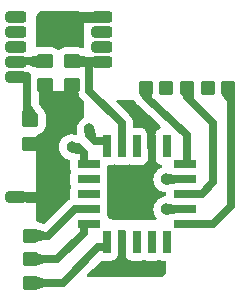
<source format=gtl>
G04 #@! TF.GenerationSoftware,KiCad,Pcbnew,7.0.11*
G04 #@! TF.CreationDate,2025-03-05T13:55:33+11:00*
G04 #@! TF.ProjectId,notestmode3,6e6f7465-7374-46d6-9f64-65332e6b6963,rev?*
G04 #@! TF.SameCoordinates,Original*
G04 #@! TF.FileFunction,Copper,L1,Top*
G04 #@! TF.FilePolarity,Positive*
%FSLAX46Y46*%
G04 Gerber Fmt 4.6, Leading zero omitted, Abs format (unit mm)*
G04 Created by KiCad (PCBNEW 7.0.11) date 2025-03-05 13:55:33*
%MOMM*%
%LPD*%
G01*
G04 APERTURE LIST*
G04 Aperture macros list*
%AMRoundRect*
0 Rectangle with rounded corners*
0 $1 Rounding radius*
0 $2 $3 $4 $5 $6 $7 $8 $9 X,Y pos of 4 corners*
0 Add a 4 corners polygon primitive as box body*
4,1,4,$2,$3,$4,$5,$6,$7,$8,$9,$2,$3,0*
0 Add four circle primitives for the rounded corners*
1,1,$1+$1,$2,$3*
1,1,$1+$1,$4,$5*
1,1,$1+$1,$6,$7*
1,1,$1+$1,$8,$9*
0 Add four rect primitives between the rounded corners*
20,1,$1+$1,$2,$3,$4,$5,0*
20,1,$1+$1,$4,$5,$6,$7,0*
20,1,$1+$1,$6,$7,$8,$9,0*
20,1,$1+$1,$8,$9,$2,$3,0*%
G04 Aperture macros list end*
G04 #@! TA.AperFunction,ComponentPad*
%ADD10RoundRect,0.240000X-0.360000X-0.360000X0.360000X-0.360000X0.360000X0.360000X-0.360000X0.360000X0*%
G04 #@! TD*
G04 #@! TA.AperFunction,ComponentPad*
%ADD11RoundRect,0.241300X-0.647700X-0.241300X0.647700X-0.241300X0.647700X0.241300X-0.647700X0.241300X0*%
G04 #@! TD*
G04 #@! TA.AperFunction,SMDPad,CuDef*
%ADD12RoundRect,0.250000X0.450000X-0.350000X0.450000X0.350000X-0.450000X0.350000X-0.450000X-0.350000X0*%
G04 #@! TD*
G04 #@! TA.AperFunction,SMDPad,CuDef*
%ADD13R,0.700000X1.925000*%
G04 #@! TD*
G04 #@! TA.AperFunction,SMDPad,CuDef*
%ADD14R,1.925000X0.700000*%
G04 #@! TD*
G04 #@! TA.AperFunction,ViaPad*
%ADD15C,0.965300*%
G04 #@! TD*
G04 #@! TA.AperFunction,Conductor*
%ADD16C,0.700000*%
G04 #@! TD*
G04 #@! TA.AperFunction,Conductor*
%ADD17C,0.965300*%
G04 #@! TD*
G04 #@! TA.AperFunction,Conductor*
%ADD18C,0.965200*%
G04 #@! TD*
G04 APERTURE END LIST*
D10*
G04 #@! TO.P,J6,1,Pin_1*
G04 #@! TO.N,/{slash}MODULE_CAS*
X137250000Y-132999000D03*
G04 #@! TD*
G04 #@! TO.P,J4,1,Pin_1*
G04 #@! TO.N,/{slash}MODULE_WE*
X140750000Y-133000000D03*
G04 #@! TD*
G04 #@! TO.P,J17,1,Pin_1*
G04 #@! TO.N,Net-(J17-Pin_1)*
X124000000Y-145500000D03*
G04 #@! TD*
G04 #@! TO.P,J8,1,Pin_1*
G04 #@! TO.N,/{slash}MODULE_RAS*
X133750000Y-132999000D03*
G04 #@! TD*
G04 #@! TO.P,J7,1,Pin_1*
G04 #@! TO.N,Net-(J7-Pin_1)*
X135500000Y-133000000D03*
G04 #@! TD*
G04 #@! TO.P,J19,1,Pin_1*
G04 #@! TO.N,Net-(J19-Pin_1)*
X124000000Y-149500000D03*
G04 #@! TD*
D11*
G04 #@! TO.P,J1,1,Pin_1*
G04 #@! TO.N,unconnected-(J1-Pin_1-Pad1)*
X122809000Y-127000000D03*
G04 #@! TO.P,J1,2,Pin_2*
G04 #@! TO.N,unconnected-(J1-Pin_2-Pad2)*
X122809000Y-128270000D03*
G04 #@! TO.P,J1,3,Pin_3*
G04 #@! TO.N,unconnected-(J1-Pin_3-Pad3)*
X122809000Y-129540000D03*
G04 #@! TO.P,J1,4,Pin_4*
G04 #@! TO.N,/{slash}WE*
X122809000Y-130810000D03*
G04 #@! TO.P,J1,5,Pin_5*
G04 #@! TO.N,/{slash}RAS*
X122809000Y-132080000D03*
G04 #@! TO.P,J1,12,Pin_12*
G04 #@! TO.N,VCC*
X122809000Y-142240000D03*
G04 #@! TO.P,J1,21,Pin_21*
G04 #@! TO.N,/{slash}CAS*
X130048000Y-130810000D03*
G04 #@! TO.P,J1,22,Pin_22*
G04 #@! TO.N,unconnected-(J1-Pin_22-Pad22)*
X130048000Y-129540000D03*
G04 #@! TO.P,J1,23,Pin_23*
G04 #@! TO.N,unconnected-(J1-Pin_23-Pad23)*
X130048000Y-128270000D03*
G04 #@! TO.P,J1,24,Pin_24*
G04 #@! TO.N,VSS*
X130048000Y-127000000D03*
G04 #@! TD*
D10*
G04 #@! TO.P,J5,1,Pin_1*
G04 #@! TO.N,Net-(J5-Pin_1)*
X139000000Y-133000000D03*
G04 #@! TD*
D12*
G04 #@! TO.P,R1,1*
G04 #@! TO.N,VCC*
X124000000Y-137750000D03*
G04 #@! TO.P,R1,2*
G04 #@! TO.N,/{slash}RAS*
X124000000Y-135750000D03*
G04 #@! TD*
G04 #@! TO.P,R2,1*
G04 #@! TO.N,VCC*
X125250000Y-132750000D03*
G04 #@! TO.P,R2,2*
G04 #@! TO.N,/{slash}WE*
X125250000Y-130750000D03*
G04 #@! TD*
D10*
G04 #@! TO.P,J18,1,Pin_1*
G04 #@! TO.N,Net-(J18-Pin_1)*
X124000000Y-147500000D03*
G04 #@! TD*
D12*
G04 #@! TO.P,R3,1*
G04 #@! TO.N,VCC*
X127500000Y-132750000D03*
G04 #@! TO.P,R3,2*
G04 #@! TO.N,/{slash}CAS*
X127500000Y-130750000D03*
G04 #@! TD*
D13*
G04 #@! TO.P,U2,1,I1/CLK*
G04 #@! TO.N,unconnected-(U2-I1{slash}CLK-Pad1)*
X133000000Y-146052500D03*
G04 #@! TO.P,U2,2,I2*
G04 #@! TO.N,unconnected-(U2-I2-Pad2)*
X134270000Y-146052500D03*
G04 #@! TO.P,U2,3,I3*
G04 #@! TO.N,unconnected-(U2-I3-Pad3)*
X135540000Y-146052500D03*
D14*
G04 #@! TO.P,U2,4,I4*
G04 #@! TO.N,/{slash}MODULE_WE*
X137052500Y-144540000D03*
G04 #@! TO.P,U2,5,I5*
G04 #@! TO.N,Net-(J5-Pin_1)*
X137052500Y-143270000D03*
G04 #@! TO.P,U2,6,I6*
G04 #@! TO.N,/{slash}MODULE_CAS*
X137052500Y-142000000D03*
G04 #@! TO.P,U2,7,I7*
G04 #@! TO.N,Net-(J7-Pin_1)*
X137052500Y-140730000D03*
G04 #@! TO.P,U2,8,I8*
G04 #@! TO.N,/{slash}MODULE_RAS*
X137052500Y-139460000D03*
D13*
G04 #@! TO.P,U2,9,I9*
G04 #@! TO.N,unconnected-(U2-I9-Pad9)*
X135540000Y-137947500D03*
G04 #@! TO.P,U2,10,GND*
G04 #@! TO.N,VSS*
X134270000Y-137947500D03*
G04 #@! TO.P,U2,11,I10/~{OE}*
G04 #@! TO.N,unconnected-(U2-I10{slash}~{OE}-Pad11)*
X133000000Y-137947500D03*
G04 #@! TO.P,U2,12,IO8*
G04 #@! TO.N,/{slash}CAS*
X131730000Y-137947500D03*
G04 #@! TO.P,U2,13,IO7*
G04 #@! TO.N,/{slash}WE*
X130460000Y-137947500D03*
D14*
G04 #@! TO.P,U2,14,IO6*
G04 #@! TO.N,/{slash}RAS*
X128947500Y-139460000D03*
G04 #@! TO.P,U2,15,IO5*
G04 #@! TO.N,unconnected-(U2-IO5-Pad15)*
X128947500Y-140730000D03*
G04 #@! TO.P,U2,16,IO4*
G04 #@! TO.N,unconnected-(U2-IO4-Pad16)*
X128947500Y-142000000D03*
G04 #@! TO.P,U2,17,I03*
G04 #@! TO.N,Net-(J17-Pin_1)*
X128947500Y-143270000D03*
G04 #@! TO.P,U2,18,IO2*
G04 #@! TO.N,Net-(J18-Pin_1)*
X128947500Y-144540000D03*
D13*
G04 #@! TO.P,U2,19,IO1*
G04 #@! TO.N,Net-(J19-Pin_1)*
X130460000Y-146052500D03*
G04 #@! TO.P,U2,20,VCC*
G04 #@! TO.N,VCC*
X131730000Y-146052500D03*
G04 #@! TD*
D15*
G04 #@! TO.N,VCC*
X125500000Y-140000000D03*
X125500000Y-142500000D03*
X133750000Y-148250000D03*
X131000000Y-148250000D03*
G04 #@! TO.N,VSS*
X134000000Y-136000000D03*
X132500000Y-134500000D03*
X126000000Y-129000000D03*
X127500000Y-127250000D03*
G04 #@! TO.N,/{slash}WE*
X129000000Y-136500000D03*
G04 #@! TO.N,/{slash}RAS*
X127500000Y-138000000D03*
G04 #@! TO.N,Net-(J7-Pin_1)*
X135500000Y-140730000D03*
G04 #@! TO.N,Net-(J5-Pin_1)*
X135500000Y-143270000D03*
G04 #@! TD*
D16*
G04 #@! TO.N,VCC*
X131730000Y-146052500D02*
X131730000Y-147500000D01*
D17*
X123687500Y-142250000D02*
X125500000Y-142250000D01*
D16*
G04 #@! TO.N,VSS*
X134250000Y-136250000D02*
X134270000Y-140020000D01*
D18*
X126500000Y-127000000D02*
X129250000Y-127000000D01*
D16*
G04 #@! TO.N,/{slash}CAS*
X129000000Y-133250000D02*
X129000000Y-130750000D01*
X127500000Y-130750000D02*
X129327000Y-130750000D01*
X131730000Y-137947500D02*
X131730000Y-136000000D01*
X131730000Y-136000000D02*
X129000000Y-133250000D01*
G04 #@! TO.N,/{slash}WE*
X129000000Y-136500000D02*
X129000000Y-137000000D01*
X125250000Y-130750000D02*
X123530000Y-130750000D01*
X129000000Y-137000000D02*
X129500000Y-137500000D01*
X129500000Y-137500000D02*
X130400000Y-137500000D01*
G04 #@! TO.N,/{slash}RAS*
X127500000Y-138000000D02*
X128000000Y-138000000D01*
X128500000Y-138500000D02*
X128500000Y-139400000D01*
X123750000Y-135250000D02*
X123750000Y-132000000D01*
X123750000Y-132000000D02*
X123470000Y-132000000D01*
X128000000Y-138000000D02*
X128500000Y-138500000D01*
G04 #@! TO.N,Net-(J17-Pin_1)*
X128947500Y-143270000D02*
X127750000Y-143270000D01*
X125500000Y-145500000D02*
X124000000Y-145500000D01*
X127750000Y-143270000D02*
X125500000Y-145500000D01*
G04 #@! TO.N,/{slash}MODULE_WE*
X140750000Y-133000000D02*
X141000000Y-134000000D01*
X139500000Y-144540000D02*
X137052500Y-144540000D01*
X141000000Y-143000000D02*
X139500000Y-144540000D01*
X141000000Y-134000000D02*
X141000000Y-143000000D01*
G04 #@! TO.N,/{slash}MODULE_CAS*
X139500000Y-141000000D02*
X138500000Y-142000000D01*
X137250000Y-133750000D02*
X139500000Y-136000000D01*
X137250000Y-132999000D02*
X137250000Y-133750000D01*
X138500000Y-142000000D02*
X137052500Y-142000000D01*
X139500000Y-136000000D02*
X139500000Y-141000000D01*
G04 #@! TO.N,/{slash}MODULE_RAS*
X133750000Y-132999000D02*
X133750000Y-133750000D01*
X133750000Y-133750000D02*
X137250000Y-137000000D01*
X137250000Y-137000000D02*
X137250000Y-139460000D01*
G04 #@! TO.N,Net-(J7-Pin_1)*
X135500000Y-140730000D02*
X137052500Y-140730000D01*
G04 #@! TO.N,Net-(J18-Pin_1)*
X126250000Y-147500000D02*
X128500000Y-145250000D01*
X124000000Y-147500000D02*
X126250000Y-147500000D01*
X128500000Y-145250000D02*
X128500000Y-144540000D01*
G04 #@! TO.N,Net-(J19-Pin_1)*
X129750000Y-146500000D02*
X130460000Y-146500000D01*
X126750000Y-149500000D02*
X129750000Y-146500000D01*
X124000000Y-149500000D02*
X126750000Y-149500000D01*
G04 #@! TO.N,Net-(J5-Pin_1)*
X135500000Y-143270000D02*
X137052500Y-143270000D01*
G04 #@! TD*
G04 #@! TA.AperFunction,Conductor*
G04 #@! TO.N,VSS*
G36*
X134482650Y-136000000D02*
G01*
X134603360Y-136882528D01*
X133903371Y-136886241D01*
X133554090Y-136184702D01*
X133999995Y-135999001D01*
X134482650Y-136000000D01*
G37*
G04 #@! TD.AperFunction*
G04 #@! TD*
G04 #@! TA.AperFunction,Conductor*
G04 #@! TO.N,/{slash}MODULE_RAS*
G36*
X133758227Y-133003699D02*
G01*
X134343818Y-133355288D01*
X134349147Y-133362485D01*
X134349463Y-133366189D01*
X134317486Y-133794956D01*
X134314392Y-133802047D01*
X133850478Y-134301647D01*
X133842337Y-134305378D01*
X133833943Y-134302260D01*
X133832485Y-134300626D01*
X133307914Y-133588709D01*
X133305765Y-133580016D01*
X133308041Y-133574660D01*
X133742916Y-133006616D01*
X133750664Y-133002132D01*
X133758227Y-133003699D01*
G37*
G04 #@! TD.AperFunction*
G04 #@! TD*
G04 #@! TA.AperFunction,Conductor*
G04 #@! TO.N,/{slash}MODULE_CAS*
G36*
X137258173Y-133003625D02*
G01*
X137843810Y-133355283D01*
X137849139Y-133362480D01*
X137849453Y-133366200D01*
X137815306Y-133815680D01*
X137811913Y-133823067D01*
X137329783Y-134305197D01*
X137321510Y-134308624D01*
X137313237Y-134305197D01*
X137311984Y-134303717D01*
X136801296Y-133586552D01*
X136799290Y-133577826D01*
X136801599Y-133572575D01*
X137242924Y-133006462D01*
X137250712Y-133002045D01*
X137258173Y-133003625D01*
G37*
G04 #@! TD.AperFunction*
G04 #@! TD*
G04 #@! TA.AperFunction,Conductor*
G04 #@! TO.N,/{slash}RAS*
G36*
X127694827Y-137560210D02*
G01*
X127696279Y-137560937D01*
X128563521Y-138073850D01*
X128568897Y-138081012D01*
X128567636Y-138089877D01*
X128565838Y-138092194D01*
X128085760Y-138572272D01*
X128077487Y-138575699D01*
X128075623Y-138575550D01*
X127509821Y-138484235D01*
X127502199Y-138479533D01*
X127499985Y-138472701D01*
X127499428Y-138092194D01*
X127499296Y-138001638D01*
X127500195Y-137997126D01*
X127679528Y-137566513D01*
X127685872Y-137560193D01*
X127694827Y-137560210D01*
G37*
G04 #@! TD.AperFunction*
G04 #@! TD*
G04 #@! TA.AperFunction,Conductor*
G04 #@! TO.N,Net-(J19-Pin_1)*
G36*
X124459569Y-148920662D02*
G01*
X124769040Y-149016516D01*
X125191762Y-149147448D01*
X125198651Y-149153169D01*
X125200000Y-149158624D01*
X125200000Y-149841375D01*
X125196573Y-149849648D01*
X125191762Y-149852551D01*
X124459569Y-150079337D01*
X124450652Y-150078512D01*
X124446875Y-150075348D01*
X124004593Y-149507185D01*
X124002216Y-149498554D01*
X124004593Y-149492814D01*
X124446876Y-148924650D01*
X124454661Y-148920228D01*
X124459569Y-148920662D01*
G37*
G04 #@! TD.AperFunction*
G04 #@! TD*
G04 #@! TA.AperFunction,Conductor*
G04 #@! TO.N,Net-(J17-Pin_1)*
G36*
X124459569Y-144920662D02*
G01*
X124769040Y-145016516D01*
X125191762Y-145147448D01*
X125198651Y-145153169D01*
X125200000Y-145158624D01*
X125200000Y-145841375D01*
X125196573Y-145849648D01*
X125191762Y-145852551D01*
X124459569Y-146079337D01*
X124450652Y-146078512D01*
X124446875Y-146075348D01*
X124004593Y-145507185D01*
X124002216Y-145498554D01*
X124004593Y-145492814D01*
X124446876Y-144924650D01*
X124454661Y-144920228D01*
X124459569Y-144920662D01*
G37*
G04 #@! TD.AperFunction*
G04 #@! TD*
G04 #@! TA.AperFunction,Conductor*
G04 #@! TO.N,/{slash}MODULE_WE*
G36*
X141345673Y-132940482D02*
G01*
X141349937Y-132948356D01*
X141350000Y-132949567D01*
X141350000Y-134175990D01*
X141346573Y-134184263D01*
X141338300Y-134187690D01*
X140656490Y-134187690D01*
X140648217Y-134184263D01*
X140646564Y-134182184D01*
X140257760Y-133559094D01*
X140256288Y-133550261D01*
X140258984Y-133545078D01*
X140746990Y-133002347D01*
X140754477Y-132998534D01*
X141337089Y-132937930D01*
X141345673Y-132940482D01*
G37*
G04 #@! TD.AperFunction*
G04 #@! TD*
G04 #@! TA.AperFunction,Conductor*
G04 #@! TO.N,/{slash}WE*
G36*
X129472702Y-136499985D02*
G01*
X129480969Y-136503424D01*
X129484235Y-136509821D01*
X129575550Y-137075623D01*
X129573485Y-137084336D01*
X129572272Y-137085760D01*
X129092194Y-137565838D01*
X129083921Y-137569265D01*
X129075648Y-137565838D01*
X129073850Y-137563521D01*
X128560939Y-136696283D01*
X128559679Y-136687420D01*
X128565055Y-136680258D01*
X128566509Y-136679529D01*
X128997128Y-136500194D01*
X129001638Y-136499296D01*
X129472702Y-136499985D01*
G37*
G04 #@! TD.AperFunction*
G04 #@! TD*
G04 #@! TA.AperFunction,Conductor*
G04 #@! TO.N,VCC*
G36*
X127997881Y-133269685D02*
G01*
X128043636Y-133322489D01*
X128052976Y-133352572D01*
X128057079Y-133375958D01*
X128058308Y-133384838D01*
X128064154Y-133442313D01*
X128064155Y-133442321D01*
X128064156Y-133442326D01*
X128064158Y-133442333D01*
X128072099Y-133467645D01*
X128075918Y-133483328D01*
X128080505Y-133509470D01*
X128080506Y-133509474D01*
X128101741Y-133563202D01*
X128104734Y-133571657D01*
X128122024Y-133626765D01*
X128122025Y-133626767D01*
X128134902Y-133649967D01*
X128141803Y-133664567D01*
X128151558Y-133689250D01*
X128151560Y-133689254D01*
X128183175Y-133737606D01*
X128187811Y-133745289D01*
X128215841Y-133795791D01*
X128215841Y-133795792D01*
X128233124Y-133815924D01*
X128242821Y-133828833D01*
X128257350Y-133851053D01*
X128257353Y-133851056D01*
X128298054Y-133892056D01*
X128304138Y-133898645D01*
X128341755Y-133942462D01*
X128341760Y-133942468D01*
X128362742Y-133958709D01*
X128374841Y-133969404D01*
X128464001Y-134059217D01*
X128497261Y-134120659D01*
X128500000Y-134146576D01*
X128499999Y-135466550D01*
X128480314Y-135533590D01*
X128441278Y-135571976D01*
X128344460Y-135631924D01*
X128344459Y-135631925D01*
X128196114Y-135767159D01*
X128075140Y-135927353D01*
X127985669Y-136107036D01*
X127985665Y-136107046D01*
X127930731Y-136300123D01*
X127912210Y-136499999D01*
X127912210Y-136500000D01*
X127930731Y-136699878D01*
X127944992Y-136750000D01*
X124998883Y-136750000D01*
X125054940Y-136704940D01*
X125059009Y-136699878D01*
X125170842Y-136560753D01*
X125253037Y-136395021D01*
X125297683Y-136215495D01*
X125300500Y-136173954D01*
X125300500Y-135326046D01*
X125297683Y-135284505D01*
X125253037Y-135104979D01*
X125170842Y-134939247D01*
X125120945Y-134877173D01*
X125054940Y-134795059D01*
X124908153Y-134677068D01*
X124881428Y-134647309D01*
X124720087Y-134395455D01*
X124700500Y-134328567D01*
X124700500Y-133420344D01*
X124720185Y-133353305D01*
X124772989Y-133307550D01*
X124777031Y-133305790D01*
X124823298Y-133286625D01*
X124855509Y-133273284D01*
X124886775Y-133264906D01*
X124991941Y-133251061D01*
X125008126Y-133250000D01*
X127930842Y-133250000D01*
X127997881Y-133269685D01*
G37*
G04 #@! TD.AperFunction*
G04 #@! TD*
G04 #@! TA.AperFunction,Conductor*
G04 #@! TO.N,/{slash}CAS*
G36*
X128052625Y-130171159D02*
G01*
X128791725Y-130397466D01*
X128798633Y-130403165D01*
X128800000Y-130408653D01*
X128800000Y-131091346D01*
X128796573Y-131099619D01*
X128791725Y-131102533D01*
X128052630Y-131328839D01*
X128043717Y-131327985D01*
X128040684Y-131325670D01*
X127820194Y-131091346D01*
X127506543Y-130758016D01*
X127503370Y-130749644D01*
X127506543Y-130741983D01*
X128040685Y-130174328D01*
X128048849Y-130170652D01*
X128052625Y-130171159D01*
G37*
G04 #@! TD.AperFunction*
G04 #@! TD*
G04 #@! TA.AperFunction,Conductor*
G04 #@! TO.N,/{slash}WE*
G36*
X124706282Y-130172014D02*
G01*
X124709315Y-130174329D01*
X125243455Y-130741982D01*
X125246629Y-130750355D01*
X125243455Y-130758017D01*
X124709315Y-131325670D01*
X124701150Y-131329347D01*
X124697369Y-131328839D01*
X124687019Y-131325670D01*
X124609139Y-131301823D01*
X123958275Y-131102533D01*
X123951367Y-131096834D01*
X123950000Y-131091346D01*
X123950000Y-130408653D01*
X123953427Y-130400380D01*
X123958274Y-130397466D01*
X124697371Y-130171160D01*
X124706282Y-130172014D01*
G37*
G04 #@! TD.AperFunction*
G04 #@! TD*
G04 #@! TA.AperFunction,Conductor*
G04 #@! TO.N,Net-(J7-Pin_1)*
G36*
X135513252Y-140249171D02*
G01*
X136455193Y-140378611D01*
X136462922Y-140383132D01*
X136465300Y-140390202D01*
X136465300Y-141069797D01*
X136461873Y-141078070D01*
X136455193Y-141081388D01*
X135513265Y-141210827D01*
X135504602Y-141208558D01*
X135500081Y-141200829D01*
X135499972Y-141199260D01*
X135499000Y-140730048D01*
X135499000Y-140730000D01*
X135499704Y-140390202D01*
X135499972Y-140260738D01*
X135503416Y-140252473D01*
X135511696Y-140249063D01*
X135513252Y-140249171D01*
G37*
G04 #@! TD.AperFunction*
G04 #@! TD*
G04 #@! TA.AperFunction,Conductor*
G04 #@! TO.N,Net-(J18-Pin_1)*
G36*
X124459569Y-146920662D02*
G01*
X124769040Y-147016516D01*
X125191762Y-147147448D01*
X125198651Y-147153169D01*
X125200000Y-147158624D01*
X125200000Y-147841375D01*
X125196573Y-147849648D01*
X125191762Y-147852551D01*
X124459569Y-148079337D01*
X124450652Y-148078512D01*
X124446875Y-148075348D01*
X124004593Y-147507185D01*
X124002216Y-147498554D01*
X124004593Y-147492814D01*
X124446876Y-146924650D01*
X124454661Y-146920228D01*
X124459569Y-146920662D01*
G37*
G04 #@! TD.AperFunction*
G04 #@! TD*
G04 #@! TA.AperFunction,Conductor*
G04 #@! TO.N,/{slash}RAS*
G36*
X124101873Y-134553427D02*
G01*
X124103452Y-134555389D01*
X124484788Y-135150654D01*
X124486365Y-135159469D01*
X124483961Y-135164411D01*
X124006199Y-135743485D01*
X123998290Y-135747686D01*
X123991486Y-135746263D01*
X123313698Y-135369219D01*
X123308134Y-135362203D01*
X123307762Y-135357671D01*
X123398815Y-134560370D01*
X123403158Y-134552542D01*
X123410439Y-134550000D01*
X124093600Y-134550000D01*
X124101873Y-134553427D01*
G37*
G04 #@! TD.AperFunction*
G04 #@! TD*
G04 #@! TA.AperFunction,Conductor*
G04 #@! TO.N,Net-(J5-Pin_1)*
G36*
X135513252Y-142789171D02*
G01*
X136455193Y-142918611D01*
X136462922Y-142923132D01*
X136465300Y-142930202D01*
X136465300Y-143609797D01*
X136461873Y-143618070D01*
X136455193Y-143621388D01*
X135513265Y-143750827D01*
X135504602Y-143748558D01*
X135500081Y-143740829D01*
X135499972Y-143739260D01*
X135499000Y-143270048D01*
X135499000Y-143270000D01*
X135499704Y-142930202D01*
X135499972Y-142800738D01*
X135503416Y-142792473D01*
X135511696Y-142789063D01*
X135513252Y-142789171D01*
G37*
G04 #@! TD.AperFunction*
G04 #@! TD*
G04 #@! TA.AperFunction,Conductor*
G04 #@! TO.N,VCC*
G36*
X131992539Y-145019685D02*
G01*
X132038294Y-145072489D01*
X132049500Y-145124000D01*
X132049500Y-147054363D01*
X132064953Y-147171753D01*
X132064956Y-147171762D01*
X132125464Y-147317841D01*
X132221718Y-147443282D01*
X132347159Y-147539536D01*
X132493238Y-147600044D01*
X132610639Y-147615500D01*
X133389360Y-147615499D01*
X133389363Y-147615499D01*
X133506753Y-147600046D01*
X133506756Y-147600044D01*
X133506762Y-147600044D01*
X133587547Y-147566580D01*
X133657015Y-147559112D01*
X133682452Y-147566581D01*
X133712008Y-147578823D01*
X133763238Y-147600044D01*
X133880639Y-147615500D01*
X134659360Y-147615499D01*
X134659363Y-147615499D01*
X134776753Y-147600046D01*
X134776756Y-147600044D01*
X134776762Y-147600044D01*
X134857547Y-147566580D01*
X134927015Y-147559112D01*
X134952452Y-147566581D01*
X134982008Y-147578823D01*
X135033238Y-147600044D01*
X135150639Y-147615500D01*
X135376001Y-147615499D01*
X135443039Y-147635183D01*
X135488794Y-147687987D01*
X135500000Y-147739499D01*
X135500000Y-148491874D01*
X135498939Y-148508060D01*
X135485093Y-148613224D01*
X135476715Y-148644491D01*
X135439259Y-148734918D01*
X135423074Y-148762951D01*
X135363491Y-148840601D01*
X135340601Y-148863491D01*
X135262951Y-148923074D01*
X135234918Y-148939259D01*
X135144491Y-148976715D01*
X135113224Y-148985093D01*
X135019398Y-148997446D01*
X135008058Y-148998939D01*
X134991874Y-149000000D01*
X128893571Y-149000000D01*
X128826532Y-148980315D01*
X128780777Y-148927511D01*
X128770833Y-148858353D01*
X128799858Y-148794797D01*
X128805890Y-148788319D01*
X129278873Y-148315336D01*
X129946166Y-147648042D01*
X130007487Y-147614559D01*
X130050027Y-147612786D01*
X130070639Y-147615500D01*
X130849360Y-147615499D01*
X130849363Y-147615499D01*
X130966753Y-147600046D01*
X130966757Y-147600044D01*
X130966762Y-147600044D01*
X131112841Y-147539536D01*
X131238282Y-147443282D01*
X131334536Y-147317841D01*
X131395044Y-147171762D01*
X131410500Y-147054361D01*
X131410499Y-146527245D01*
X131410658Y-146520965D01*
X131411721Y-146500000D01*
X131414176Y-146451610D01*
X131411929Y-146436944D01*
X131410499Y-146418166D01*
X131410499Y-145124000D01*
X131430184Y-145056961D01*
X131482988Y-145011206D01*
X131534499Y-145000000D01*
X131925500Y-145000000D01*
X131992539Y-145019685D01*
G37*
G04 #@! TD.AperFunction*
G04 #@! TA.AperFunction,Conductor*
G36*
X127985669Y-136107036D02*
G01*
X127985665Y-136107046D01*
X127930731Y-136300123D01*
X127912210Y-136499999D01*
X127912210Y-136500000D01*
X127930731Y-136699876D01*
X127930731Y-136699878D01*
X127930732Y-136699881D01*
X127960240Y-136803590D01*
X127959652Y-136873458D01*
X127921385Y-136931916D01*
X127857588Y-136960406D01*
X127803572Y-136954026D01*
X127803209Y-136955306D01*
X127797699Y-136953738D01*
X127727284Y-136940575D01*
X127600369Y-136916850D01*
X127399631Y-136916850D01*
X127202312Y-136953736D01*
X127202309Y-136953736D01*
X127202309Y-136953737D01*
X127015130Y-137026249D01*
X127015129Y-137026250D01*
X126844458Y-137131926D01*
X126696114Y-137267159D01*
X126575140Y-137427353D01*
X126485669Y-137607036D01*
X126485665Y-137607046D01*
X126430731Y-137800123D01*
X126412210Y-137999999D01*
X126412210Y-138000000D01*
X126430731Y-138199876D01*
X126485665Y-138392953D01*
X126485669Y-138392963D01*
X126575140Y-138572646D01*
X126575142Y-138572648D01*
X126696113Y-138732839D01*
X126844460Y-138868075D01*
X127015130Y-138973750D01*
X127202312Y-139046264D01*
X127283286Y-139061400D01*
X127345566Y-139093068D01*
X127380839Y-139153381D01*
X127384500Y-139183289D01*
X127384500Y-139849363D01*
X127399953Y-139966753D01*
X127399957Y-139966765D01*
X127433418Y-140047548D01*
X127440887Y-140117017D01*
X127433418Y-140142452D01*
X127399957Y-140223234D01*
X127399955Y-140223239D01*
X127384500Y-140340638D01*
X127384500Y-141119363D01*
X127399953Y-141236753D01*
X127399957Y-141236765D01*
X127433418Y-141317548D01*
X127440887Y-141387017D01*
X127433418Y-141412452D01*
X127399957Y-141493234D01*
X127399955Y-141493239D01*
X127384501Y-141610629D01*
X127384500Y-141610645D01*
X127384500Y-142307996D01*
X127364815Y-142375035D01*
X127316356Y-142417024D01*
X127317024Y-142418317D01*
X127311433Y-142421205D01*
X127262698Y-142453013D01*
X127255105Y-142457590D01*
X127204207Y-142485841D01*
X127204204Y-142485844D01*
X127184398Y-142502846D01*
X127171408Y-142512596D01*
X127149557Y-142526858D01*
X127149549Y-142526864D01*
X127108215Y-142567831D01*
X127101699Y-142573842D01*
X127057531Y-142611759D01*
X127057531Y-142611760D01*
X127041555Y-142632399D01*
X127030790Y-142644567D01*
X125209024Y-144450139D01*
X125147552Y-144483350D01*
X125085049Y-144480515D01*
X124638717Y-144342271D01*
X124638714Y-144342270D01*
X124638710Y-144342269D01*
X124623578Y-144339291D01*
X124617601Y-144337960D01*
X124594076Y-144332110D01*
X124533768Y-144296829D01*
X124502108Y-144234544D01*
X124500000Y-144211775D01*
X124500000Y-137060910D01*
X124519685Y-136993871D01*
X124572489Y-136948116D01*
X124594066Y-136940577D01*
X124745021Y-136903037D01*
X124910753Y-136820842D01*
X125054940Y-136704940D01*
X125170842Y-136560753D01*
X125253037Y-136395021D01*
X125297683Y-136215495D01*
X125300500Y-136173954D01*
X125300500Y-136000000D01*
X128038967Y-136000000D01*
X127985669Y-136107036D01*
G37*
G04 #@! TD.AperFunction*
G04 #@! TD*
G04 #@! TA.AperFunction,Conductor*
G04 #@! TO.N,VSS*
G36*
X132807504Y-134019685D02*
G01*
X132853259Y-134072489D01*
X132853804Y-134073700D01*
X132855473Y-134077469D01*
X132856351Y-134079450D01*
X132861284Y-134092535D01*
X132872026Y-134126768D01*
X132872028Y-134126773D01*
X132895541Y-134169137D01*
X132900492Y-134179082D01*
X132920123Y-134223391D01*
X132940953Y-134252584D01*
X132948431Y-134264425D01*
X132965842Y-134295792D01*
X132965843Y-134295793D01*
X132997397Y-134332549D01*
X133004252Y-134341298D01*
X133032404Y-134380754D01*
X133058685Y-134405157D01*
X133068395Y-134415252D01*
X133091760Y-134442469D01*
X133130073Y-134472125D01*
X133138541Y-134479309D01*
X134963544Y-136173954D01*
X135011755Y-136218721D01*
X135047487Y-136278762D01*
X135045085Y-136348591D01*
X135005313Y-136406036D01*
X134974833Y-136424148D01*
X134887159Y-136460464D01*
X134761718Y-136556718D01*
X134665463Y-136682160D01*
X134604956Y-136828237D01*
X134604955Y-136828239D01*
X134589501Y-136945629D01*
X134589501Y-136945636D01*
X134589500Y-136945645D01*
X134589500Y-138949363D01*
X134604953Y-139066753D01*
X134604956Y-139066762D01*
X134665464Y-139212841D01*
X134761718Y-139338282D01*
X134887159Y-139434536D01*
X135033238Y-139495044D01*
X135041985Y-139496195D01*
X135105880Y-139524458D01*
X135144354Y-139582780D01*
X135145189Y-139652645D01*
X135108120Y-139711870D01*
X135070598Y-139734760D01*
X135015136Y-139756246D01*
X135015129Y-139756250D01*
X134844458Y-139861926D01*
X134696114Y-139997159D01*
X134575140Y-140157353D01*
X134485669Y-140337036D01*
X134485665Y-140337046D01*
X134430731Y-140530123D01*
X134412210Y-140729999D01*
X134412210Y-140730000D01*
X134430731Y-140929876D01*
X134485665Y-141122953D01*
X134485669Y-141122963D01*
X134575140Y-141302646D01*
X134622228Y-141365000D01*
X134696113Y-141462839D01*
X134844460Y-141598075D01*
X135015130Y-141703750D01*
X135202312Y-141776264D01*
X135388288Y-141811029D01*
X135450566Y-141842696D01*
X135485839Y-141903009D01*
X135489500Y-141932917D01*
X135489500Y-142067082D01*
X135469815Y-142134121D01*
X135417011Y-142179876D01*
X135388287Y-142188970D01*
X135202312Y-142223736D01*
X135202310Y-142223736D01*
X135202308Y-142223737D01*
X135015130Y-142296249D01*
X135015129Y-142296250D01*
X134844458Y-142401926D01*
X134696114Y-142537159D01*
X134575140Y-142697353D01*
X134485669Y-142877036D01*
X134485665Y-142877046D01*
X134430731Y-143070123D01*
X134412210Y-143269999D01*
X134412210Y-143270000D01*
X134430731Y-143469876D01*
X134485665Y-143662953D01*
X134485669Y-143662963D01*
X134575140Y-143842646D01*
X134657172Y-143951273D01*
X134681864Y-144016634D01*
X134667299Y-144084969D01*
X134618102Y-144134582D01*
X134558218Y-144150000D01*
X131008126Y-144150000D01*
X130991941Y-144148939D01*
X130978917Y-144147224D01*
X130886775Y-144135093D01*
X130855508Y-144126715D01*
X130765081Y-144089259D01*
X130737048Y-144073074D01*
X130659398Y-144013491D01*
X130636508Y-143990601D01*
X130576925Y-143912951D01*
X130560740Y-143884918D01*
X130523284Y-143794491D01*
X130514906Y-143763225D01*
X130507996Y-143710736D01*
X130507996Y-143678373D01*
X130510500Y-143659361D01*
X130510499Y-142880640D01*
X130501061Y-142808944D01*
X130500000Y-142792760D01*
X130500000Y-142477243D01*
X130501061Y-142461058D01*
X130501138Y-142460468D01*
X130510500Y-142389361D01*
X130510499Y-141610640D01*
X130501061Y-141538944D01*
X130500000Y-141522760D01*
X130500000Y-141207243D01*
X130501061Y-141191058D01*
X130504248Y-141166850D01*
X130510500Y-141119361D01*
X130510499Y-140340640D01*
X130501061Y-140268944D01*
X130500000Y-140252760D01*
X130500000Y-139937242D01*
X130501061Y-139921057D01*
X130510500Y-139849361D01*
X130510499Y-139634498D01*
X130530183Y-139567460D01*
X130582987Y-139521705D01*
X130634499Y-139510499D01*
X130849363Y-139510499D01*
X130966753Y-139495046D01*
X130966756Y-139495044D01*
X130966762Y-139495044D01*
X131047547Y-139461580D01*
X131117015Y-139454112D01*
X131142452Y-139461581D01*
X131172008Y-139473823D01*
X131223238Y-139495044D01*
X131340639Y-139510500D01*
X132119360Y-139510499D01*
X132119363Y-139510499D01*
X132236753Y-139495046D01*
X132236756Y-139495044D01*
X132236762Y-139495044D01*
X132317547Y-139461580D01*
X132387015Y-139454112D01*
X132412452Y-139461581D01*
X132442008Y-139473823D01*
X132493238Y-139495044D01*
X132610639Y-139510500D01*
X133389360Y-139510499D01*
X133389363Y-139510499D01*
X133506753Y-139495046D01*
X133506757Y-139495044D01*
X133506762Y-139495044D01*
X133652841Y-139434536D01*
X133778282Y-139338282D01*
X133874536Y-139212841D01*
X133935044Y-139066762D01*
X133950500Y-138949361D01*
X133950499Y-136945640D01*
X133950499Y-136945639D01*
X133950499Y-136945636D01*
X133935046Y-136828246D01*
X133935044Y-136828239D01*
X133935044Y-136828238D01*
X133874536Y-136682159D01*
X133778282Y-136556718D01*
X133652841Y-136460464D01*
X133506762Y-136399956D01*
X133506760Y-136399955D01*
X133389370Y-136384501D01*
X133389367Y-136384500D01*
X133389361Y-136384500D01*
X133389354Y-136384500D01*
X132804500Y-136384500D01*
X132737461Y-136364815D01*
X132691706Y-136312011D01*
X132680500Y-136260500D01*
X132680500Y-136015583D01*
X132680552Y-136011990D01*
X132682902Y-135930931D01*
X132672916Y-135874023D01*
X132671689Y-135865152D01*
X132665845Y-135807680D01*
X132665845Y-135807679D01*
X132657900Y-135782358D01*
X132654078Y-135766661D01*
X132649493Y-135740526D01*
X132628249Y-135686776D01*
X132625267Y-135678352D01*
X132607974Y-135623232D01*
X132595096Y-135600031D01*
X132588196Y-135585433D01*
X132578440Y-135560748D01*
X132578439Y-135560746D01*
X132578439Y-135560745D01*
X132546811Y-135512373D01*
X132542202Y-135504733D01*
X132514159Y-135454209D01*
X132496871Y-135434071D01*
X132487175Y-135421164D01*
X132472650Y-135398948D01*
X132472648Y-135398946D01*
X132472647Y-135398944D01*
X132431952Y-135357952D01*
X132425877Y-135351374D01*
X132388240Y-135307532D01*
X132376927Y-135298775D01*
X132367254Y-135291287D01*
X132355156Y-135280593D01*
X131293701Y-134211361D01*
X131260440Y-134149916D01*
X131265679Y-134080243D01*
X131307754Y-134024462D01*
X131373307Y-134000284D01*
X131381702Y-134000000D01*
X132740465Y-134000000D01*
X132807504Y-134019685D01*
G37*
G04 #@! TD.AperFunction*
G04 #@! TA.AperFunction,Conductor*
G36*
X128008059Y-126501061D02*
G01*
X128113223Y-126514906D01*
X128144491Y-126523284D01*
X128234918Y-126560740D01*
X128262952Y-126576925D01*
X128340602Y-126636509D01*
X128363491Y-126659398D01*
X128423074Y-126737048D01*
X128439259Y-126765081D01*
X128476715Y-126855508D01*
X128485093Y-126886775D01*
X128498939Y-126991939D01*
X128500000Y-127008125D01*
X128500000Y-129507242D01*
X128480315Y-129574281D01*
X128427511Y-129620036D01*
X128358353Y-129629980D01*
X128339697Y-129625809D01*
X128229894Y-129592189D01*
X128197878Y-129585186D01*
X128194450Y-129584385D01*
X128065499Y-129552317D01*
X128065500Y-129552317D01*
X128035822Y-129550304D01*
X128023954Y-129549500D01*
X126976046Y-129549500D01*
X126964177Y-129550304D01*
X126934500Y-129552317D01*
X126754978Y-129596963D01*
X126754976Y-129596964D01*
X126589249Y-129679156D01*
X126536527Y-129721535D01*
X126452686Y-129788929D01*
X126388104Y-129815588D01*
X126319360Y-129803098D01*
X126297315Y-129788931D01*
X126160753Y-129679158D01*
X126160751Y-129679157D01*
X126160750Y-129679156D01*
X125995023Y-129596964D01*
X125995021Y-129596963D01*
X125815497Y-129552317D01*
X125815501Y-129552317D01*
X125784339Y-129550204D01*
X125773954Y-129549500D01*
X124726046Y-129549500D01*
X124712199Y-129550439D01*
X124684501Y-129552317D01*
X124684496Y-129552318D01*
X124653924Y-129559921D01*
X124584115Y-129556996D01*
X124526970Y-129516795D01*
X124500631Y-129452080D01*
X124500000Y-129439586D01*
X124500000Y-127008125D01*
X124501061Y-126991940D01*
X124514906Y-126886776D01*
X124523284Y-126855508D01*
X124560740Y-126765081D01*
X124576923Y-126737050D01*
X124636513Y-126659392D01*
X124659392Y-126636513D01*
X124737050Y-126576923D01*
X124765079Y-126560740D01*
X124855509Y-126523283D01*
X124886775Y-126514906D01*
X124991941Y-126501061D01*
X125008126Y-126500000D01*
X127991874Y-126500000D01*
X128008059Y-126501061D01*
G37*
G04 #@! TD.AperFunction*
G04 #@! TD*
M02*

</source>
